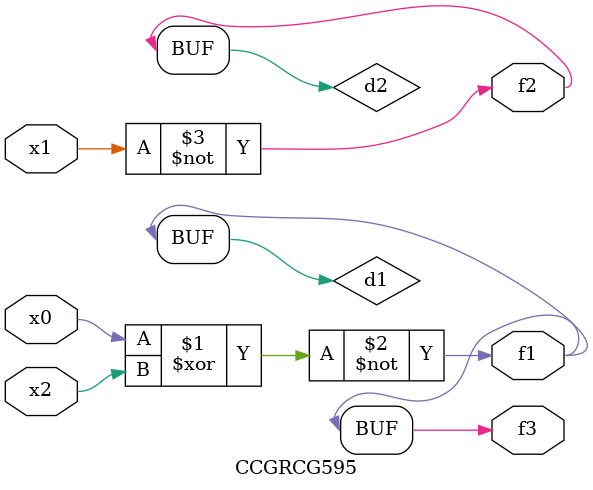
<source format=v>
module CCGRCG595(
	input x0, x1, x2,
	output f1, f2, f3
);

	wire d1, d2, d3;

	xnor (d1, x0, x2);
	nand (d2, x1);
	nor (d3, x1, x2);
	assign f1 = d1;
	assign f2 = d2;
	assign f3 = d1;
endmodule

</source>
